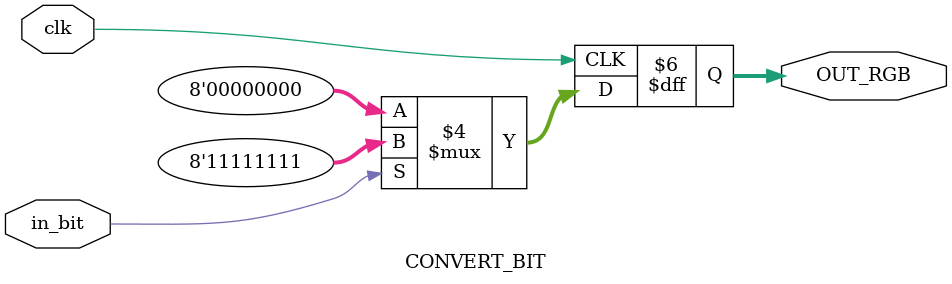
<source format=v>
module CONVERT_BIT(
	input wire clk,
//	input wire reset,
	input wire in_bit,
	
	output reg [7:0]OUT_RGB
	
	);
	
parameter[7:0] RGB1 = 8'd255;
parameter[7:0] RGB2 = 8'd0;
	
always @ (posedge clk)
	begin
		if (in_bit == 1)
			OUT_RGB = RGB1;
		else
			OUT_RGB = RGB2;
	end
endmodule
</source>
